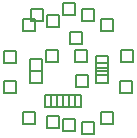
<source format=gbr>
G04 Layer_Color=2752767*
%FSLAX25Y25*%
%MOIN*%
%TF.FileFunction,Drawing*%
%TF.Part,Single*%
G01*
G75*
%ADD45C,0.00500*%
D45*
X352500Y373000D02*
Y377000D01*
X356500D01*
Y373000D01*
X352500D01*
X347000Y357500D02*
Y361500D01*
X351000D01*
Y357500D01*
X347000D01*
X359000Y371000D02*
Y375000D01*
X363000D01*
Y371000D01*
X359000D01*
X339173Y367673D02*
Y371673D01*
X343173D01*
Y367673D01*
X339173D01*
X359000Y333500D02*
Y337500D01*
X363000D01*
Y333500D01*
X359000D01*
X365173Y336827D02*
Y340827D01*
X369173D01*
Y336827D01*
X365173D01*
X347327Y335327D02*
Y339327D01*
X351327D01*
Y335327D01*
X347327D01*
X365327Y367673D02*
Y371673D01*
X369327D01*
Y367673D01*
X365327D01*
X356500Y357500D02*
Y361500D01*
X360500D01*
Y357500D01*
X356500D01*
X357000Y349000D02*
Y353000D01*
X361000D01*
Y349000D01*
X357000D01*
X341500Y354500D02*
Y358500D01*
X345500D01*
Y354500D01*
X341500D01*
X333000Y357000D02*
Y361000D01*
X337000D01*
Y357000D01*
X333000D01*
X371500Y347000D02*
Y351000D01*
X375500D01*
Y347000D01*
X371500D01*
X372000Y357500D02*
Y361500D01*
X376000D01*
Y357500D01*
X372000D01*
X342000Y371000D02*
Y375000D01*
X346000D01*
Y371000D01*
X342000D01*
X347327Y369173D02*
Y373173D01*
X351327D01*
Y369173D01*
X347327D01*
X355000Y363500D02*
Y367500D01*
X359000D01*
Y363500D01*
X355000D01*
X363500Y350500D02*
Y354500D01*
X367500D01*
Y350500D01*
X363500D01*
Y353000D02*
Y357000D01*
X367500D01*
Y353000D01*
X363500D01*
Y355500D02*
Y359500D01*
X367500D01*
Y355500D01*
X363500D01*
X339267Y336827D02*
Y340827D01*
X343267D01*
Y336827D01*
X339267D01*
X354500Y342500D02*
Y346500D01*
X358500D01*
Y342500D01*
X354500D01*
X352500D02*
Y346500D01*
X356500D01*
Y342500D01*
X352500D01*
X348500D02*
Y346500D01*
X352500D01*
Y342500D01*
X348500D01*
X346500D02*
Y346500D01*
X350500D01*
Y342500D01*
X346500D01*
X352500Y334500D02*
Y338500D01*
X356500D01*
Y334500D01*
X352500D01*
X333000Y347000D02*
Y351000D01*
X337000D01*
Y347000D01*
X333000D01*
X341500Y350500D02*
Y354500D01*
X345500D01*
Y350500D01*
X341500D01*
X350500Y342500D02*
Y346500D01*
X354500D01*
Y342500D01*
X350500D01*
%TF.MD5,777D7C7331C0F23F07963EE1DA284300*%
M02*

</source>
